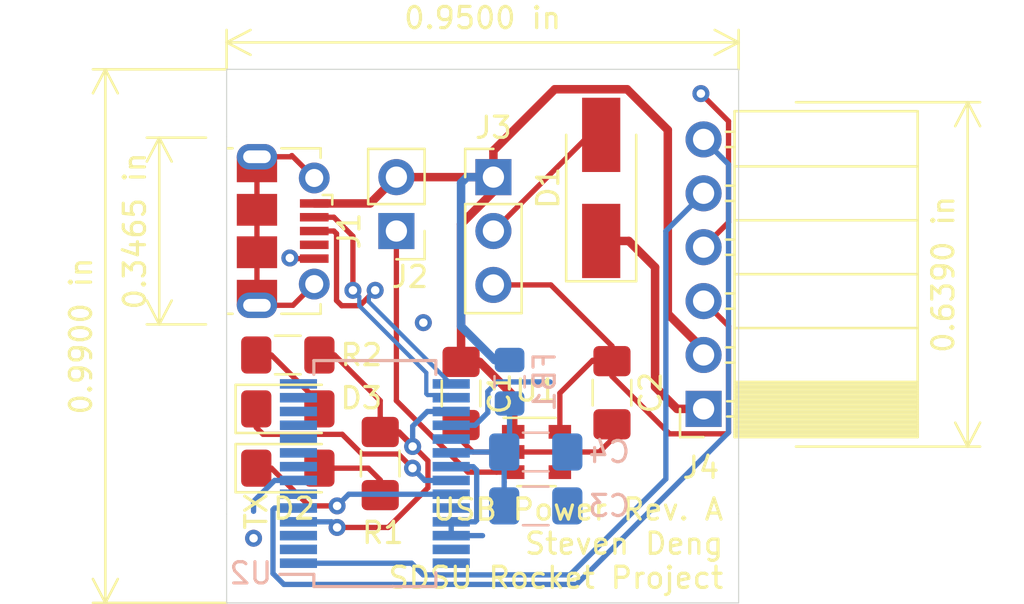
<source format=kicad_pcb>
(kicad_pcb (version 20171130) (host pcbnew 5.1.5-52549c5~86~ubuntu18.04.1)

  (general
    (thickness 1.6)
    (drawings 14)
    (tracks 169)
    (zones 0)
    (modules 16)
    (nets 32)
  )

  (page A4)
  (layers
    (0 F.Cu signal)
    (31 B.Cu signal)
    (32 B.Adhes user)
    (33 F.Adhes user)
    (34 B.Paste user)
    (35 F.Paste user)
    (36 B.SilkS user)
    (37 F.SilkS user)
    (38 B.Mask user)
    (39 F.Mask user)
    (40 Dwgs.User user)
    (41 Cmts.User user)
    (42 Eco1.User user)
    (43 Eco2.User user)
    (44 Edge.Cuts user)
    (45 Margin user)
    (46 B.CrtYd user)
    (47 F.CrtYd user)
    (48 B.Fab user hide)
    (49 F.Fab user hide)
  )

  (setup
    (last_trace_width 0.25)
    (trace_clearance 0.2)
    (zone_clearance 0.508)
    (zone_45_only no)
    (trace_min 0.2)
    (via_size 0.8)
    (via_drill 0.4)
    (via_min_size 0.4)
    (via_min_drill 0.3)
    (uvia_size 0.3)
    (uvia_drill 0.1)
    (uvias_allowed no)
    (uvia_min_size 0.2)
    (uvia_min_drill 0.1)
    (edge_width 0.05)
    (segment_width 0.2)
    (pcb_text_width 0.3)
    (pcb_text_size 1.5 1.5)
    (mod_edge_width 0.12)
    (mod_text_size 1 1)
    (mod_text_width 0.15)
    (pad_size 1.524 1.524)
    (pad_drill 0.762)
    (pad_to_mask_clearance 0.051)
    (solder_mask_min_width 0.25)
    (aux_axis_origin 0 0)
    (visible_elements FFFFFF7F)
    (pcbplotparams
      (layerselection 0x010fc_ffffffff)
      (usegerberextensions false)
      (usegerberattributes false)
      (usegerberadvancedattributes false)
      (creategerberjobfile false)
      (excludeedgelayer true)
      (linewidth 0.100000)
      (plotframeref false)
      (viasonmask false)
      (mode 1)
      (useauxorigin false)
      (hpglpennumber 1)
      (hpglpenspeed 20)
      (hpglpendiameter 15.000000)
      (psnegative false)
      (psa4output false)
      (plotreference true)
      (plotvalue true)
      (plotinvisibletext false)
      (padsonsilk false)
      (subtractmaskfromsilk false)
      (outputformat 1)
      (mirror false)
      (drillshape 1)
      (scaleselection 1)
      (outputdirectory ""))
  )

  (net 0 "")
  (net 1 +5V)
  (net 2 GND)
  (net 3 +3V3)
  (net 4 VCC)
  (net 5 "Net-(D1-Pad2)")
  (net 6 "Net-(J1-Pad6)")
  (net 7 "Net-(J1-Pad4)")
  (net 8 "Net-(J2-Pad1)")
  (net 9 "Net-(U1-Pad4)")
  (net 10 "Net-(C3-Pad1)")
  (net 11 "Net-(D2-Pad2)")
  (net 12 /TXLED)
  (net 13 "Net-(D3-Pad2)")
  (net 14 /RXLED)
  (net 15 /USB_D-)
  (net 16 /USB_D+)
  (net 17 /TARGET_TX)
  (net 18 /TARGET_RX)
  (net 19 /FT232_3V3_OUT)
  (net 20 "Net-(U2-Pad28)")
  (net 21 "Net-(U2-Pad27)")
  (net 22 "Net-(U2-Pad19)")
  (net 23 "Net-(U2-Pad14)")
  (net 24 "Net-(U2-Pad13)")
  (net 25 "Net-(U2-Pad12)")
  (net 26 "Net-(U2-Pad11)")
  (net 27 "Net-(U2-Pad10)")
  (net 28 "Net-(U2-Pad9)")
  (net 29 "Net-(U2-Pad6)")
  (net 30 "Net-(U2-Pad3)")
  (net 31 "Net-(U2-Pad2)")

  (net_class Default "This is the default net class."
    (clearance 0.2)
    (trace_width 0.25)
    (via_dia 0.8)
    (via_drill 0.4)
    (uvia_dia 0.3)
    (uvia_drill 0.1)
    (add_net +3V3)
    (add_net /FT232_3V3_OUT)
    (add_net /RXLED)
    (add_net /TARGET_RX)
    (add_net /TARGET_TX)
    (add_net /TXLED)
    (add_net /USB_D+)
    (add_net /USB_D-)
    (add_net GND)
    (add_net "Net-(C3-Pad1)")
    (add_net "Net-(D1-Pad2)")
    (add_net "Net-(D2-Pad2)")
    (add_net "Net-(D3-Pad2)")
    (add_net "Net-(J1-Pad4)")
    (add_net "Net-(J1-Pad6)")
    (add_net "Net-(J2-Pad1)")
    (add_net "Net-(U1-Pad4)")
    (add_net "Net-(U2-Pad10)")
    (add_net "Net-(U2-Pad11)")
    (add_net "Net-(U2-Pad12)")
    (add_net "Net-(U2-Pad13)")
    (add_net "Net-(U2-Pad14)")
    (add_net "Net-(U2-Pad19)")
    (add_net "Net-(U2-Pad2)")
    (add_net "Net-(U2-Pad27)")
    (add_net "Net-(U2-Pad28)")
    (add_net "Net-(U2-Pad3)")
    (add_net "Net-(U2-Pad6)")
    (add_net "Net-(U2-Pad9)")
  )

  (net_class power_net ""
    (clearance 0.2)
    (trace_width 0.4)
    (via_dia 1)
    (via_drill 0.5)
    (uvia_dia 0.3)
    (uvia_drill 0.1)
    (add_net +5V)
    (add_net VCC)
  )

  (module Package_SO:SSOP-28_5.3x10.2mm_P0.65mm (layer B.Cu) (tedit 5A02F25C) (tstamp 5EC364D6)
    (at 157.48 106.68)
    (descr "28-Lead Plastic Shrink Small Outline (SS)-5.30 mm Body [SSOP] (see Microchip Packaging Specification 00000049BS.pdf)")
    (tags "SSOP 0.65")
    (path /5EC4D51C)
    (attr smd)
    (fp_text reference U2 (at -5.842 4.699) (layer B.SilkS)
      (effects (font (size 1 1) (thickness 0.15)) (justify mirror))
    )
    (fp_text value FT232RL (at 0 -6.25) (layer B.Fab)
      (effects (font (size 1 1) (thickness 0.15)) (justify mirror))
    )
    (fp_text user %R (at 0 0) (layer B.Fab)
      (effects (font (size 0.8 0.8) (thickness 0.15)) (justify mirror))
    )
    (fp_line (start -2.875 4.75) (end -4.475 4.75) (layer B.SilkS) (width 0.15))
    (fp_line (start -2.875 -5.325) (end 2.875 -5.325) (layer B.SilkS) (width 0.15))
    (fp_line (start -2.875 5.325) (end 2.875 5.325) (layer B.SilkS) (width 0.15))
    (fp_line (start -2.875 -5.325) (end -2.875 -4.675) (layer B.SilkS) (width 0.15))
    (fp_line (start 2.875 -5.325) (end 2.875 -4.675) (layer B.SilkS) (width 0.15))
    (fp_line (start 2.875 5.325) (end 2.875 4.675) (layer B.SilkS) (width 0.15))
    (fp_line (start -2.875 5.325) (end -2.875 4.75) (layer B.SilkS) (width 0.15))
    (fp_line (start -4.75 -5.5) (end 4.75 -5.5) (layer B.CrtYd) (width 0.05))
    (fp_line (start -4.75 5.5) (end 4.75 5.5) (layer B.CrtYd) (width 0.05))
    (fp_line (start 4.75 5.5) (end 4.75 -5.5) (layer B.CrtYd) (width 0.05))
    (fp_line (start -4.75 5.5) (end -4.75 -5.5) (layer B.CrtYd) (width 0.05))
    (fp_line (start -2.65 4.1) (end -1.65 5.1) (layer B.Fab) (width 0.15))
    (fp_line (start -2.65 -5.1) (end -2.65 4.1) (layer B.Fab) (width 0.15))
    (fp_line (start 2.65 -5.1) (end -2.65 -5.1) (layer B.Fab) (width 0.15))
    (fp_line (start 2.65 5.1) (end 2.65 -5.1) (layer B.Fab) (width 0.15))
    (fp_line (start -1.65 5.1) (end 2.65 5.1) (layer B.Fab) (width 0.15))
    (pad 28 smd rect (at 3.6 4.225) (size 1.75 0.45) (layers B.Cu B.Paste B.Mask)
      (net 20 "Net-(U2-Pad28)"))
    (pad 27 smd rect (at 3.6 3.575) (size 1.75 0.45) (layers B.Cu B.Paste B.Mask)
      (net 21 "Net-(U2-Pad27)"))
    (pad 26 smd rect (at 3.6 2.925) (size 1.75 0.45) (layers B.Cu B.Paste B.Mask)
      (net 2 GND))
    (pad 25 smd rect (at 3.6 2.275) (size 1.75 0.45) (layers B.Cu B.Paste B.Mask)
      (net 2 GND))
    (pad 24 smd rect (at 3.6 1.625) (size 1.75 0.45) (layers B.Cu B.Paste B.Mask))
    (pad 23 smd rect (at 3.6 0.975) (size 1.75 0.45) (layers B.Cu B.Paste B.Mask)
      (net 12 /TXLED))
    (pad 22 smd rect (at 3.6 0.325) (size 1.75 0.45) (layers B.Cu B.Paste B.Mask)
      (net 14 /RXLED))
    (pad 21 smd rect (at 3.6 -0.325) (size 1.75 0.45) (layers B.Cu B.Paste B.Mask)
      (net 2 GND))
    (pad 20 smd rect (at 3.6 -0.975) (size 1.75 0.45) (layers B.Cu B.Paste B.Mask)
      (net 10 "Net-(C3-Pad1)"))
    (pad 19 smd rect (at 3.6 -1.625) (size 1.75 0.45) (layers B.Cu B.Paste B.Mask)
      (net 22 "Net-(U2-Pad19)"))
    (pad 18 smd rect (at 3.6 -2.275) (size 1.75 0.45) (layers B.Cu B.Paste B.Mask)
      (net 2 GND))
    (pad 17 smd rect (at 3.6 -2.925) (size 1.75 0.45) (layers B.Cu B.Paste B.Mask)
      (net 19 /FT232_3V3_OUT))
    (pad 16 smd rect (at 3.6 -3.575) (size 1.75 0.45) (layers B.Cu B.Paste B.Mask)
      (net 15 /USB_D-))
    (pad 15 smd rect (at 3.6 -4.225) (size 1.75 0.45) (layers B.Cu B.Paste B.Mask)
      (net 16 /USB_D+))
    (pad 14 smd rect (at -3.6 -4.225) (size 1.75 0.45) (layers B.Cu B.Paste B.Mask)
      (net 23 "Net-(U2-Pad14)"))
    (pad 13 smd rect (at -3.6 -3.575) (size 1.75 0.45) (layers B.Cu B.Paste B.Mask)
      (net 24 "Net-(U2-Pad13)"))
    (pad 12 smd rect (at -3.6 -2.925) (size 1.75 0.45) (layers B.Cu B.Paste B.Mask)
      (net 25 "Net-(U2-Pad12)"))
    (pad 11 smd rect (at -3.6 -2.275) (size 1.75 0.45) (layers B.Cu B.Paste B.Mask)
      (net 26 "Net-(U2-Pad11)"))
    (pad 10 smd rect (at -3.6 -1.625) (size 1.75 0.45) (layers B.Cu B.Paste B.Mask)
      (net 27 "Net-(U2-Pad10)"))
    (pad 9 smd rect (at -3.6 -0.975) (size 1.75 0.45) (layers B.Cu B.Paste B.Mask)
      (net 28 "Net-(U2-Pad9)"))
    (pad 8 smd rect (at -3.6 -0.325) (size 1.75 0.45) (layers B.Cu B.Paste B.Mask))
    (pad 7 smd rect (at -3.6 0.325) (size 1.75 0.45) (layers B.Cu B.Paste B.Mask)
      (net 2 GND))
    (pad 6 smd rect (at -3.6 0.975) (size 1.75 0.45) (layers B.Cu B.Paste B.Mask)
      (net 29 "Net-(U2-Pad6)"))
    (pad 5 smd rect (at -3.6 1.625) (size 1.75 0.45) (layers B.Cu B.Paste B.Mask)
      (net 17 /TARGET_TX))
    (pad 4 smd rect (at -3.6 2.275) (size 1.75 0.45) (layers B.Cu B.Paste B.Mask)
      (net 19 /FT232_3V3_OUT))
    (pad 3 smd rect (at -3.6 2.925) (size 1.75 0.45) (layers B.Cu B.Paste B.Mask)
      (net 30 "Net-(U2-Pad3)"))
    (pad 2 smd rect (at -3.6 3.575) (size 1.75 0.45) (layers B.Cu B.Paste B.Mask)
      (net 31 "Net-(U2-Pad2)"))
    (pad 1 smd rect (at -3.6 4.225) (size 1.75 0.45) (layers B.Cu B.Paste B.Mask)
      (net 18 /TARGET_RX))
    (model ${KISYS3DMOD}/Package_SO.3dshapes/SSOP-28_5.3x10.2mm_P0.65mm.wrl
      (at (xyz 0 0 0))
      (scale (xyz 1 1 1))
      (rotate (xyz 0 0 0))
    )
  )

  (module Resistor_SMD:R_1206_3216Metric_Pad1.42x1.75mm_HandSolder (layer F.Cu) (tedit 5B301BBD) (tstamp 5EC3515B)
    (at 153.3795 101.092 180)
    (descr "Resistor SMD 1206 (3216 Metric), square (rectangular) end terminal, IPC_7351 nominal with elongated pad for handsoldering. (Body size source: http://www.tortai-tech.com/upload/download/2011102023233369053.pdf), generated with kicad-footprint-generator")
    (tags "resistor handsolder")
    (path /5ECD6259)
    (attr smd)
    (fp_text reference R2 (at -3.4655 0) (layer F.SilkS)
      (effects (font (size 1 1) (thickness 0.15)))
    )
    (fp_text value 330 (at 0 1.82) (layer F.Fab)
      (effects (font (size 1 1) (thickness 0.15)))
    )
    (fp_text user %R (at 0 0) (layer F.Fab)
      (effects (font (size 0.8 0.8) (thickness 0.12)))
    )
    (fp_line (start 2.45 1.12) (end -2.45 1.12) (layer F.CrtYd) (width 0.05))
    (fp_line (start 2.45 -1.12) (end 2.45 1.12) (layer F.CrtYd) (width 0.05))
    (fp_line (start -2.45 -1.12) (end 2.45 -1.12) (layer F.CrtYd) (width 0.05))
    (fp_line (start -2.45 1.12) (end -2.45 -1.12) (layer F.CrtYd) (width 0.05))
    (fp_line (start -0.602064 0.91) (end 0.602064 0.91) (layer F.SilkS) (width 0.12))
    (fp_line (start -0.602064 -0.91) (end 0.602064 -0.91) (layer F.SilkS) (width 0.12))
    (fp_line (start 1.6 0.8) (end -1.6 0.8) (layer F.Fab) (width 0.1))
    (fp_line (start 1.6 -0.8) (end 1.6 0.8) (layer F.Fab) (width 0.1))
    (fp_line (start -1.6 -0.8) (end 1.6 -0.8) (layer F.Fab) (width 0.1))
    (fp_line (start -1.6 0.8) (end -1.6 -0.8) (layer F.Fab) (width 0.1))
    (pad 2 smd roundrect (at 1.4875 0 180) (size 1.425 1.75) (layers F.Cu F.Paste F.Mask) (roundrect_rratio 0.175439)
      (net 13 "Net-(D3-Pad2)"))
    (pad 1 smd roundrect (at -1.4875 0 180) (size 1.425 1.75) (layers F.Cu F.Paste F.Mask) (roundrect_rratio 0.175439)
      (net 19 /FT232_3V3_OUT))
    (model ${KISYS3DMOD}/Resistor_SMD.3dshapes/R_1206_3216Metric.wrl
      (at (xyz 0 0 0))
      (scale (xyz 1 1 1))
      (rotate (xyz 0 0 0))
    )
  )

  (module Resistor_SMD:R_1206_3216Metric_Pad1.42x1.75mm_HandSolder (layer F.Cu) (tedit 5B301BBD) (tstamp 5EC3514A)
    (at 157.734 106.2085 270)
    (descr "Resistor SMD 1206 (3216 Metric), square (rectangular) end terminal, IPC_7351 nominal with elongated pad for handsoldering. (Body size source: http://www.tortai-tech.com/upload/download/2011102023233369053.pdf), generated with kicad-footprint-generator")
    (tags "resistor handsolder")
    (path /5ECD5D1C)
    (attr smd)
    (fp_text reference R1 (at 3.2655 -0.127 180) (layer F.SilkS)
      (effects (font (size 1 1) (thickness 0.15)))
    )
    (fp_text value 330 (at 0 1.82 90) (layer F.Fab)
      (effects (font (size 1 1) (thickness 0.15)))
    )
    (fp_text user %R (at 0 0 90) (layer F.Fab)
      (effects (font (size 0.8 0.8) (thickness 0.12)))
    )
    (fp_line (start 2.45 1.12) (end -2.45 1.12) (layer F.CrtYd) (width 0.05))
    (fp_line (start 2.45 -1.12) (end 2.45 1.12) (layer F.CrtYd) (width 0.05))
    (fp_line (start -2.45 -1.12) (end 2.45 -1.12) (layer F.CrtYd) (width 0.05))
    (fp_line (start -2.45 1.12) (end -2.45 -1.12) (layer F.CrtYd) (width 0.05))
    (fp_line (start -0.602064 0.91) (end 0.602064 0.91) (layer F.SilkS) (width 0.12))
    (fp_line (start -0.602064 -0.91) (end 0.602064 -0.91) (layer F.SilkS) (width 0.12))
    (fp_line (start 1.6 0.8) (end -1.6 0.8) (layer F.Fab) (width 0.1))
    (fp_line (start 1.6 -0.8) (end 1.6 0.8) (layer F.Fab) (width 0.1))
    (fp_line (start -1.6 -0.8) (end 1.6 -0.8) (layer F.Fab) (width 0.1))
    (fp_line (start -1.6 0.8) (end -1.6 -0.8) (layer F.Fab) (width 0.1))
    (pad 2 smd roundrect (at 1.4875 0 270) (size 1.425 1.75) (layers F.Cu F.Paste F.Mask) (roundrect_rratio 0.175439)
      (net 11 "Net-(D2-Pad2)"))
    (pad 1 smd roundrect (at -1.4875 0 270) (size 1.425 1.75) (layers F.Cu F.Paste F.Mask) (roundrect_rratio 0.175439)
      (net 19 /FT232_3V3_OUT))
    (model ${KISYS3DMOD}/Resistor_SMD.3dshapes/R_1206_3216Metric.wrl
      (at (xyz 0 0 0))
      (scale (xyz 1 1 1))
      (rotate (xyz 0 0 0))
    )
  )

  (module Connector_PinSocket_2.54mm:PinSocket_1x06_P2.54mm_Horizontal (layer F.Cu) (tedit 5A19A42D) (tstamp 5EC360DB)
    (at 172.974 103.632 180)
    (descr "Through hole angled socket strip, 1x06, 2.54mm pitch, 8.51mm socket length, single row (from Kicad 4.0.7), script generated")
    (tags "Through hole angled socket strip THT 1x06 2.54mm single row")
    (path /5EC3627F)
    (fp_text reference J4 (at 0.127 -2.77) (layer F.SilkS)
      (effects (font (size 1 1) (thickness 0.15)))
    )
    (fp_text value Conn_01x06 (at -4.38 15.47) (layer F.Fab)
      (effects (font (size 1 1) (thickness 0.15)))
    )
    (fp_text user %R (at -5.775 6.35 90) (layer F.Fab)
      (effects (font (size 1 1) (thickness 0.15)))
    )
    (fp_line (start 1.75 14.45) (end 1.75 -1.8) (layer F.CrtYd) (width 0.05))
    (fp_line (start -10.55 14.45) (end 1.75 14.45) (layer F.CrtYd) (width 0.05))
    (fp_line (start -10.55 -1.8) (end -10.55 14.45) (layer F.CrtYd) (width 0.05))
    (fp_line (start 1.75 -1.8) (end -10.55 -1.8) (layer F.CrtYd) (width 0.05))
    (fp_line (start 0 -1.33) (end 1.11 -1.33) (layer F.SilkS) (width 0.12))
    (fp_line (start 1.11 -1.33) (end 1.11 0) (layer F.SilkS) (width 0.12))
    (fp_line (start -10.09 -1.33) (end -10.09 14.03) (layer F.SilkS) (width 0.12))
    (fp_line (start -10.09 14.03) (end -1.46 14.03) (layer F.SilkS) (width 0.12))
    (fp_line (start -1.46 -1.33) (end -1.46 14.03) (layer F.SilkS) (width 0.12))
    (fp_line (start -10.09 -1.33) (end -1.46 -1.33) (layer F.SilkS) (width 0.12))
    (fp_line (start -10.09 11.43) (end -1.46 11.43) (layer F.SilkS) (width 0.12))
    (fp_line (start -10.09 8.89) (end -1.46 8.89) (layer F.SilkS) (width 0.12))
    (fp_line (start -10.09 6.35) (end -1.46 6.35) (layer F.SilkS) (width 0.12))
    (fp_line (start -10.09 3.81) (end -1.46 3.81) (layer F.SilkS) (width 0.12))
    (fp_line (start -10.09 1.27) (end -1.46 1.27) (layer F.SilkS) (width 0.12))
    (fp_line (start -1.46 13.06) (end -1.05 13.06) (layer F.SilkS) (width 0.12))
    (fp_line (start -1.46 12.34) (end -1.05 12.34) (layer F.SilkS) (width 0.12))
    (fp_line (start -1.46 10.52) (end -1.05 10.52) (layer F.SilkS) (width 0.12))
    (fp_line (start -1.46 9.8) (end -1.05 9.8) (layer F.SilkS) (width 0.12))
    (fp_line (start -1.46 7.98) (end -1.05 7.98) (layer F.SilkS) (width 0.12))
    (fp_line (start -1.46 7.26) (end -1.05 7.26) (layer F.SilkS) (width 0.12))
    (fp_line (start -1.46 5.44) (end -1.05 5.44) (layer F.SilkS) (width 0.12))
    (fp_line (start -1.46 4.72) (end -1.05 4.72) (layer F.SilkS) (width 0.12))
    (fp_line (start -1.46 2.9) (end -1.05 2.9) (layer F.SilkS) (width 0.12))
    (fp_line (start -1.46 2.18) (end -1.05 2.18) (layer F.SilkS) (width 0.12))
    (fp_line (start -1.46 0.36) (end -1.11 0.36) (layer F.SilkS) (width 0.12))
    (fp_line (start -1.46 -0.36) (end -1.11 -0.36) (layer F.SilkS) (width 0.12))
    (fp_line (start -10.09 1.1519) (end -1.46 1.1519) (layer F.SilkS) (width 0.12))
    (fp_line (start -10.09 1.033805) (end -1.46 1.033805) (layer F.SilkS) (width 0.12))
    (fp_line (start -10.09 0.91571) (end -1.46 0.91571) (layer F.SilkS) (width 0.12))
    (fp_line (start -10.09 0.797615) (end -1.46 0.797615) (layer F.SilkS) (width 0.12))
    (fp_line (start -10.09 0.67952) (end -1.46 0.67952) (layer F.SilkS) (width 0.12))
    (fp_line (start -10.09 0.561425) (end -1.46 0.561425) (layer F.SilkS) (width 0.12))
    (fp_line (start -10.09 0.44333) (end -1.46 0.44333) (layer F.SilkS) (width 0.12))
    (fp_line (start -10.09 0.325235) (end -1.46 0.325235) (layer F.SilkS) (width 0.12))
    (fp_line (start -10.09 0.20714) (end -1.46 0.20714) (layer F.SilkS) (width 0.12))
    (fp_line (start -10.09 0.089045) (end -1.46 0.089045) (layer F.SilkS) (width 0.12))
    (fp_line (start -10.09 -0.02905) (end -1.46 -0.02905) (layer F.SilkS) (width 0.12))
    (fp_line (start -10.09 -0.147145) (end -1.46 -0.147145) (layer F.SilkS) (width 0.12))
    (fp_line (start -10.09 -0.26524) (end -1.46 -0.26524) (layer F.SilkS) (width 0.12))
    (fp_line (start -10.09 -0.383335) (end -1.46 -0.383335) (layer F.SilkS) (width 0.12))
    (fp_line (start -10.09 -0.50143) (end -1.46 -0.50143) (layer F.SilkS) (width 0.12))
    (fp_line (start -10.09 -0.619525) (end -1.46 -0.619525) (layer F.SilkS) (width 0.12))
    (fp_line (start -10.09 -0.73762) (end -1.46 -0.73762) (layer F.SilkS) (width 0.12))
    (fp_line (start -10.09 -0.855715) (end -1.46 -0.855715) (layer F.SilkS) (width 0.12))
    (fp_line (start -10.09 -0.97381) (end -1.46 -0.97381) (layer F.SilkS) (width 0.12))
    (fp_line (start -10.09 -1.091905) (end -1.46 -1.091905) (layer F.SilkS) (width 0.12))
    (fp_line (start -10.09 -1.21) (end -1.46 -1.21) (layer F.SilkS) (width 0.12))
    (fp_line (start 0 13) (end 0 12.4) (layer F.Fab) (width 0.1))
    (fp_line (start -1.52 13) (end 0 13) (layer F.Fab) (width 0.1))
    (fp_line (start 0 12.4) (end -1.52 12.4) (layer F.Fab) (width 0.1))
    (fp_line (start 0 10.46) (end 0 9.86) (layer F.Fab) (width 0.1))
    (fp_line (start -1.52 10.46) (end 0 10.46) (layer F.Fab) (width 0.1))
    (fp_line (start 0 9.86) (end -1.52 9.86) (layer F.Fab) (width 0.1))
    (fp_line (start 0 7.92) (end 0 7.32) (layer F.Fab) (width 0.1))
    (fp_line (start -1.52 7.92) (end 0 7.92) (layer F.Fab) (width 0.1))
    (fp_line (start 0 7.32) (end -1.52 7.32) (layer F.Fab) (width 0.1))
    (fp_line (start 0 5.38) (end 0 4.78) (layer F.Fab) (width 0.1))
    (fp_line (start -1.52 5.38) (end 0 5.38) (layer F.Fab) (width 0.1))
    (fp_line (start 0 4.78) (end -1.52 4.78) (layer F.Fab) (width 0.1))
    (fp_line (start 0 2.84) (end 0 2.24) (layer F.Fab) (width 0.1))
    (fp_line (start -1.52 2.84) (end 0 2.84) (layer F.Fab) (width 0.1))
    (fp_line (start 0 2.24) (end -1.52 2.24) (layer F.Fab) (width 0.1))
    (fp_line (start 0 0.3) (end 0 -0.3) (layer F.Fab) (width 0.1))
    (fp_line (start -1.52 0.3) (end 0 0.3) (layer F.Fab) (width 0.1))
    (fp_line (start 0 -0.3) (end -1.52 -0.3) (layer F.Fab) (width 0.1))
    (fp_line (start -10.03 13.97) (end -10.03 -1.27) (layer F.Fab) (width 0.1))
    (fp_line (start -1.52 13.97) (end -10.03 13.97) (layer F.Fab) (width 0.1))
    (fp_line (start -1.52 -0.3) (end -1.52 13.97) (layer F.Fab) (width 0.1))
    (fp_line (start -2.49 -1.27) (end -1.52 -0.3) (layer F.Fab) (width 0.1))
    (fp_line (start -10.03 -1.27) (end -2.49 -1.27) (layer F.Fab) (width 0.1))
    (pad 6 thru_hole oval (at 0 12.7 180) (size 1.7 1.7) (drill 1) (layers *.Cu *.Mask)
      (net 17 /TARGET_TX))
    (pad 5 thru_hole oval (at 0 10.16 180) (size 1.7 1.7) (drill 1) (layers *.Cu *.Mask)
      (net 18 /TARGET_RX))
    (pad 4 thru_hole oval (at 0 7.62 180) (size 1.7 1.7) (drill 1) (layers *.Cu *.Mask)
      (net 2 GND))
    (pad 3 thru_hole oval (at 0 5.08 180) (size 1.7 1.7) (drill 1) (layers *.Cu *.Mask)
      (net 3 +3V3))
    (pad 2 thru_hole oval (at 0 2.54 180) (size 1.7 1.7) (drill 1) (layers *.Cu *.Mask)
      (net 1 +5V))
    (pad 1 thru_hole rect (at 0 0 180) (size 1.7 1.7) (drill 1) (layers *.Cu *.Mask)
      (net 4 VCC))
    (model ${KISYS3DMOD}/Connector_PinSocket_2.54mm.3dshapes/PinSocket_1x06_P2.54mm_Horizontal.wrl
      (at (xyz 0 0 0))
      (scale (xyz 1 1 1))
      (rotate (xyz 0 0 0))
    )
  )

  (module Resistor_SMD:R_0805_2012Metric_Pad1.15x1.40mm_HandSolder (layer B.Cu) (tedit 5B36C52B) (tstamp 5EC35041)
    (at 163.83 102.353 90)
    (descr "Resistor SMD 0805 (2012 Metric), square (rectangular) end terminal, IPC_7351 nominal with elongated pad for handsoldering. (Body size source: https://docs.google.com/spreadsheets/d/1BsfQQcO9C6DZCsRaXUlFlo91Tg2WpOkGARC1WS5S8t0/edit?usp=sharing), generated with kicad-footprint-generator")
    (tags "resistor handsolder")
    (path /5ECB131D)
    (attr smd)
    (fp_text reference FB1 (at 0 1.65 270) (layer B.SilkS)
      (effects (font (size 1 1) (thickness 0.15)) (justify mirror))
    )
    (fp_text value Ferrite_Bead_Small (at 0 -1.65 270) (layer B.Fab)
      (effects (font (size 1 1) (thickness 0.15)) (justify mirror))
    )
    (fp_text user %R (at 0 0 270) (layer B.Fab)
      (effects (font (size 0.5 0.5) (thickness 0.08)) (justify mirror))
    )
    (fp_line (start 1.85 -0.95) (end -1.85 -0.95) (layer B.CrtYd) (width 0.05))
    (fp_line (start 1.85 0.95) (end 1.85 -0.95) (layer B.CrtYd) (width 0.05))
    (fp_line (start -1.85 0.95) (end 1.85 0.95) (layer B.CrtYd) (width 0.05))
    (fp_line (start -1.85 -0.95) (end -1.85 0.95) (layer B.CrtYd) (width 0.05))
    (fp_line (start -0.261252 -0.71) (end 0.261252 -0.71) (layer B.SilkS) (width 0.12))
    (fp_line (start -0.261252 0.71) (end 0.261252 0.71) (layer B.SilkS) (width 0.12))
    (fp_line (start 1 -0.6) (end -1 -0.6) (layer B.Fab) (width 0.1))
    (fp_line (start 1 0.6) (end 1 -0.6) (layer B.Fab) (width 0.1))
    (fp_line (start -1 0.6) (end 1 0.6) (layer B.Fab) (width 0.1))
    (fp_line (start -1 -0.6) (end -1 0.6) (layer B.Fab) (width 0.1))
    (pad 2 smd roundrect (at 1.025 0 90) (size 1.15 1.4) (layers B.Cu B.Paste B.Mask) (roundrect_rratio 0.217391)
      (net 1 +5V))
    (pad 1 smd roundrect (at -1.025 0 90) (size 1.15 1.4) (layers B.Cu B.Paste B.Mask) (roundrect_rratio 0.217391)
      (net 10 "Net-(C3-Pad1)"))
    (model ${KISYS3DMOD}/Resistor_SMD.3dshapes/R_0805_2012Metric.wrl
      (at (xyz 0 0 0))
      (scale (xyz 1 1 1))
      (rotate (xyz 0 0 0))
    )
  )

  (module LED_SMD:LED_1206_3216Metric_Pad1.42x1.75mm_HandSolder (layer F.Cu) (tedit 5B4B45C9) (tstamp 5EC35030)
    (at 153.3795 103.632)
    (descr "LED SMD 1206 (3216 Metric), square (rectangular) end terminal, IPC_7351 nominal, (Body size source: http://www.tortai-tech.com/upload/download/2011102023233369053.pdf), generated with kicad-footprint-generator")
    (tags "LED handsolder")
    (path /5ECD5603)
    (attr smd)
    (fp_text reference D3 (at 3.4655 -0.508) (layer F.SilkS)
      (effects (font (size 1 1) (thickness 0.15)))
    )
    (fp_text value LED (at 0 1.82) (layer F.Fab)
      (effects (font (size 1 1) (thickness 0.15)))
    )
    (fp_text user %R (at 0 0) (layer F.Fab)
      (effects (font (size 0.8 0.8) (thickness 0.12)))
    )
    (fp_line (start 2.45 1.12) (end -2.45 1.12) (layer F.CrtYd) (width 0.05))
    (fp_line (start 2.45 -1.12) (end 2.45 1.12) (layer F.CrtYd) (width 0.05))
    (fp_line (start -2.45 -1.12) (end 2.45 -1.12) (layer F.CrtYd) (width 0.05))
    (fp_line (start -2.45 1.12) (end -2.45 -1.12) (layer F.CrtYd) (width 0.05))
    (fp_line (start -2.46 1.135) (end 1.6 1.135) (layer F.SilkS) (width 0.12))
    (fp_line (start -2.46 -1.135) (end -2.46 1.135) (layer F.SilkS) (width 0.12))
    (fp_line (start 1.6 -1.135) (end -2.46 -1.135) (layer F.SilkS) (width 0.12))
    (fp_line (start 1.6 0.8) (end 1.6 -0.8) (layer F.Fab) (width 0.1))
    (fp_line (start -1.6 0.8) (end 1.6 0.8) (layer F.Fab) (width 0.1))
    (fp_line (start -1.6 -0.4) (end -1.6 0.8) (layer F.Fab) (width 0.1))
    (fp_line (start -1.2 -0.8) (end -1.6 -0.4) (layer F.Fab) (width 0.1))
    (fp_line (start 1.6 -0.8) (end -1.2 -0.8) (layer F.Fab) (width 0.1))
    (pad 2 smd roundrect (at 1.4875 0) (size 1.425 1.75) (layers F.Cu F.Paste F.Mask) (roundrect_rratio 0.175439)
      (net 13 "Net-(D3-Pad2)"))
    (pad 1 smd roundrect (at -1.4875 0) (size 1.425 1.75) (layers F.Cu F.Paste F.Mask) (roundrect_rratio 0.175439)
      (net 14 /RXLED))
    (model ${KISYS3DMOD}/LED_SMD.3dshapes/LED_1206_3216Metric.wrl
      (at (xyz 0 0 0))
      (scale (xyz 1 1 1))
      (rotate (xyz 0 0 0))
    )
  )

  (module LED_SMD:LED_1206_3216Metric_Pad1.42x1.75mm_HandSolder (layer F.Cu) (tedit 5B4B45C9) (tstamp 5EC3501D)
    (at 153.3795 106.426)
    (descr "LED SMD 1206 (3216 Metric), square (rectangular) end terminal, IPC_7351 nominal, (Body size source: http://www.tortai-tech.com/upload/download/2011102023233369053.pdf), generated with kicad-footprint-generator")
    (tags "LED handsolder")
    (path /5ECD2CED)
    (attr smd)
    (fp_text reference D2 (at 0.2905 1.905) (layer F.SilkS)
      (effects (font (size 1 1) (thickness 0.15)))
    )
    (fp_text value LED (at 0 1.82) (layer F.Fab)
      (effects (font (size 1 1) (thickness 0.15)))
    )
    (fp_text user %R (at 0 0) (layer F.Fab)
      (effects (font (size 0.8 0.8) (thickness 0.12)))
    )
    (fp_line (start 2.45 1.12) (end -2.45 1.12) (layer F.CrtYd) (width 0.05))
    (fp_line (start 2.45 -1.12) (end 2.45 1.12) (layer F.CrtYd) (width 0.05))
    (fp_line (start -2.45 -1.12) (end 2.45 -1.12) (layer F.CrtYd) (width 0.05))
    (fp_line (start -2.45 1.12) (end -2.45 -1.12) (layer F.CrtYd) (width 0.05))
    (fp_line (start -2.46 1.135) (end 1.6 1.135) (layer F.SilkS) (width 0.12))
    (fp_line (start -2.46 -1.135) (end -2.46 1.135) (layer F.SilkS) (width 0.12))
    (fp_line (start 1.6 -1.135) (end -2.46 -1.135) (layer F.SilkS) (width 0.12))
    (fp_line (start 1.6 0.8) (end 1.6 -0.8) (layer F.Fab) (width 0.1))
    (fp_line (start -1.6 0.8) (end 1.6 0.8) (layer F.Fab) (width 0.1))
    (fp_line (start -1.6 -0.4) (end -1.6 0.8) (layer F.Fab) (width 0.1))
    (fp_line (start -1.2 -0.8) (end -1.6 -0.4) (layer F.Fab) (width 0.1))
    (fp_line (start 1.6 -0.8) (end -1.2 -0.8) (layer F.Fab) (width 0.1))
    (pad 2 smd roundrect (at 1.4875 0) (size 1.425 1.75) (layers F.Cu F.Paste F.Mask) (roundrect_rratio 0.175439)
      (net 11 "Net-(D2-Pad2)"))
    (pad 1 smd roundrect (at -1.4875 0) (size 1.425 1.75) (layers F.Cu F.Paste F.Mask) (roundrect_rratio 0.175439)
      (net 12 /TXLED))
    (model ${KISYS3DMOD}/LED_SMD.3dshapes/LED_1206_3216Metric.wrl
      (at (xyz 0 0 0))
      (scale (xyz 1 1 1))
      (rotate (xyz 0 0 0))
    )
  )

  (module Capacitor_SMD:C_1206_3216Metric_Pad1.42x1.75mm_HandSolder (layer B.Cu) (tedit 5B301BBE) (tstamp 5EC34FDC)
    (at 165.0635 105.664)
    (descr "Capacitor SMD 1206 (3216 Metric), square (rectangular) end terminal, IPC_7351 nominal with elongated pad for handsoldering. (Body size source: http://www.tortai-tech.com/upload/download/2011102023233369053.pdf), generated with kicad-footprint-generator")
    (tags "capacitor handsolder")
    (path /5ECA58CA)
    (attr smd)
    (fp_text reference C4 (at 3.4655 0) (layer B.SilkS)
      (effects (font (size 1 1) (thickness 0.15)) (justify mirror))
    )
    (fp_text value 0.1uF (at 0 -1.82) (layer B.Fab)
      (effects (font (size 1 1) (thickness 0.15)) (justify mirror))
    )
    (fp_text user %R (at 0 0) (layer B.Fab)
      (effects (font (size 0.8 0.8) (thickness 0.12)) (justify mirror))
    )
    (fp_line (start 2.45 -1.12) (end -2.45 -1.12) (layer B.CrtYd) (width 0.05))
    (fp_line (start 2.45 1.12) (end 2.45 -1.12) (layer B.CrtYd) (width 0.05))
    (fp_line (start -2.45 1.12) (end 2.45 1.12) (layer B.CrtYd) (width 0.05))
    (fp_line (start -2.45 -1.12) (end -2.45 1.12) (layer B.CrtYd) (width 0.05))
    (fp_line (start -0.602064 -0.91) (end 0.602064 -0.91) (layer B.SilkS) (width 0.12))
    (fp_line (start -0.602064 0.91) (end 0.602064 0.91) (layer B.SilkS) (width 0.12))
    (fp_line (start 1.6 -0.8) (end -1.6 -0.8) (layer B.Fab) (width 0.1))
    (fp_line (start 1.6 0.8) (end 1.6 -0.8) (layer B.Fab) (width 0.1))
    (fp_line (start -1.6 0.8) (end 1.6 0.8) (layer B.Fab) (width 0.1))
    (fp_line (start -1.6 -0.8) (end -1.6 0.8) (layer B.Fab) (width 0.1))
    (pad 2 smd roundrect (at 1.4875 0) (size 1.425 1.75) (layers B.Cu B.Paste B.Mask) (roundrect_rratio 0.175439)
      (net 2 GND))
    (pad 1 smd roundrect (at -1.4875 0) (size 1.425 1.75) (layers B.Cu B.Paste B.Mask) (roundrect_rratio 0.175439)
      (net 10 "Net-(C3-Pad1)"))
    (model ${KISYS3DMOD}/Capacitor_SMD.3dshapes/C_1206_3216Metric.wrl
      (at (xyz 0 0 0))
      (scale (xyz 1 1 1))
      (rotate (xyz 0 0 0))
    )
  )

  (module Capacitor_SMD:C_1206_3216Metric_Pad1.42x1.75mm_HandSolder (layer B.Cu) (tedit 5B301BBE) (tstamp 5EC36733)
    (at 165.0635 108.204)
    (descr "Capacitor SMD 1206 (3216 Metric), square (rectangular) end terminal, IPC_7351 nominal with elongated pad for handsoldering. (Body size source: http://www.tortai-tech.com/upload/download/2011102023233369053.pdf), generated with kicad-footprint-generator")
    (tags "capacitor handsolder")
    (path /5ECA4AF8)
    (attr smd)
    (fp_text reference C3 (at 3.4655 0) (layer B.SilkS)
      (effects (font (size 1 1) (thickness 0.15)) (justify mirror))
    )
    (fp_text value 10uF (at 0 -1.82) (layer B.Fab)
      (effects (font (size 1 1) (thickness 0.15)) (justify mirror))
    )
    (fp_text user %R (at 0 0) (layer B.Fab)
      (effects (font (size 0.8 0.8) (thickness 0.12)) (justify mirror))
    )
    (fp_line (start 2.45 -1.12) (end -2.45 -1.12) (layer B.CrtYd) (width 0.05))
    (fp_line (start 2.45 1.12) (end 2.45 -1.12) (layer B.CrtYd) (width 0.05))
    (fp_line (start -2.45 1.12) (end 2.45 1.12) (layer B.CrtYd) (width 0.05))
    (fp_line (start -2.45 -1.12) (end -2.45 1.12) (layer B.CrtYd) (width 0.05))
    (fp_line (start -0.602064 -0.91) (end 0.602064 -0.91) (layer B.SilkS) (width 0.12))
    (fp_line (start -0.602064 0.91) (end 0.602064 0.91) (layer B.SilkS) (width 0.12))
    (fp_line (start 1.6 -0.8) (end -1.6 -0.8) (layer B.Fab) (width 0.1))
    (fp_line (start 1.6 0.8) (end 1.6 -0.8) (layer B.Fab) (width 0.1))
    (fp_line (start -1.6 0.8) (end 1.6 0.8) (layer B.Fab) (width 0.1))
    (fp_line (start -1.6 -0.8) (end -1.6 0.8) (layer B.Fab) (width 0.1))
    (pad 2 smd roundrect (at 1.4875 0) (size 1.425 1.75) (layers B.Cu B.Paste B.Mask) (roundrect_rratio 0.175439)
      (net 2 GND))
    (pad 1 smd roundrect (at -1.4875 0) (size 1.425 1.75) (layers B.Cu B.Paste B.Mask) (roundrect_rratio 0.175439)
      (net 10 "Net-(C3-Pad1)"))
    (model ${KISYS3DMOD}/Capacitor_SMD.3dshapes/C_1206_3216Metric.wrl
      (at (xyz 0 0 0))
      (scale (xyz 1 1 1))
      (rotate (xyz 0 0 0))
    )
  )

  (module Capacitor_SMD:C_1206_3216Metric_Pad1.42x1.75mm_HandSolder (layer F.Cu) (tedit 5B301BBE) (tstamp 5E7C271E)
    (at 161.544 102.9065 270)
    (descr "Capacitor SMD 1206 (3216 Metric), square (rectangular) end terminal, IPC_7351 nominal with elongated pad for handsoldering. (Body size source: http://www.tortai-tech.com/upload/download/2011102023233369053.pdf), generated with kicad-footprint-generator")
    (tags "capacitor handsolder")
    (path /5E7BEAFD)
    (attr smd)
    (fp_text reference C1 (at 0 -1.82 90) (layer F.SilkS)
      (effects (font (size 1 1) (thickness 0.15)))
    )
    (fp_text value 10uF (at 0 1.82 90) (layer F.Fab)
      (effects (font (size 1 1) (thickness 0.15)))
    )
    (fp_line (start -1.6 0.8) (end -1.6 -0.8) (layer F.Fab) (width 0.1))
    (fp_line (start -1.6 -0.8) (end 1.6 -0.8) (layer F.Fab) (width 0.1))
    (fp_line (start 1.6 -0.8) (end 1.6 0.8) (layer F.Fab) (width 0.1))
    (fp_line (start 1.6 0.8) (end -1.6 0.8) (layer F.Fab) (width 0.1))
    (fp_line (start -0.602064 -0.91) (end 0.602064 -0.91) (layer F.SilkS) (width 0.12))
    (fp_line (start -0.602064 0.91) (end 0.602064 0.91) (layer F.SilkS) (width 0.12))
    (fp_line (start -2.45 1.12) (end -2.45 -1.12) (layer F.CrtYd) (width 0.05))
    (fp_line (start -2.45 -1.12) (end 2.45 -1.12) (layer F.CrtYd) (width 0.05))
    (fp_line (start 2.45 -1.12) (end 2.45 1.12) (layer F.CrtYd) (width 0.05))
    (fp_line (start 2.45 1.12) (end -2.45 1.12) (layer F.CrtYd) (width 0.05))
    (fp_text user %R (at 0 0 90) (layer F.Fab)
      (effects (font (size 0.8 0.8) (thickness 0.12)))
    )
    (pad 1 smd roundrect (at -1.4875 0 270) (size 1.425 1.75) (layers F.Cu F.Paste F.Mask) (roundrect_rratio 0.175439)
      (net 1 +5V))
    (pad 2 smd roundrect (at 1.4875 0 270) (size 1.425 1.75) (layers F.Cu F.Paste F.Mask) (roundrect_rratio 0.175439)
      (net 2 GND))
    (model ${KISYS3DMOD}/Capacitor_SMD.3dshapes/C_1206_3216Metric.wrl
      (at (xyz 0 0 0))
      (scale (xyz 1 1 1))
      (rotate (xyz 0 0 0))
    )
  )

  (module Capacitor_SMD:C_1206_3216Metric_Pad1.42x1.75mm_HandSolder (layer F.Cu) (tedit 5B301BBE) (tstamp 5E7C2E7C)
    (at 168.656 102.87 270)
    (descr "Capacitor SMD 1206 (3216 Metric), square (rectangular) end terminal, IPC_7351 nominal with elongated pad for handsoldering. (Body size source: http://www.tortai-tech.com/upload/download/2011102023233369053.pdf), generated with kicad-footprint-generator")
    (tags "capacitor handsolder")
    (path /5E7C866D)
    (attr smd)
    (fp_text reference C2 (at 0 -1.82 90) (layer F.SilkS)
      (effects (font (size 1 1) (thickness 0.15)))
    )
    (fp_text value 10uF (at 0 1.82 90) (layer F.Fab)
      (effects (font (size 1 1) (thickness 0.15)))
    )
    (fp_text user %R (at 0 0 90) (layer F.Fab)
      (effects (font (size 0.8 0.8) (thickness 0.12)))
    )
    (fp_line (start 2.45 1.12) (end -2.45 1.12) (layer F.CrtYd) (width 0.05))
    (fp_line (start 2.45 -1.12) (end 2.45 1.12) (layer F.CrtYd) (width 0.05))
    (fp_line (start -2.45 -1.12) (end 2.45 -1.12) (layer F.CrtYd) (width 0.05))
    (fp_line (start -2.45 1.12) (end -2.45 -1.12) (layer F.CrtYd) (width 0.05))
    (fp_line (start -0.602064 0.91) (end 0.602064 0.91) (layer F.SilkS) (width 0.12))
    (fp_line (start -0.602064 -0.91) (end 0.602064 -0.91) (layer F.SilkS) (width 0.12))
    (fp_line (start 1.6 0.8) (end -1.6 0.8) (layer F.Fab) (width 0.1))
    (fp_line (start 1.6 -0.8) (end 1.6 0.8) (layer F.Fab) (width 0.1))
    (fp_line (start -1.6 -0.8) (end 1.6 -0.8) (layer F.Fab) (width 0.1))
    (fp_line (start -1.6 0.8) (end -1.6 -0.8) (layer F.Fab) (width 0.1))
    (pad 2 smd roundrect (at 1.4875 0 270) (size 1.425 1.75) (layers F.Cu F.Paste F.Mask) (roundrect_rratio 0.175439)
      (net 2 GND))
    (pad 1 smd roundrect (at -1.4875 0 270) (size 1.425 1.75) (layers F.Cu F.Paste F.Mask) (roundrect_rratio 0.175439)
      (net 3 +3V3))
    (model ${KISYS3DMOD}/Capacitor_SMD.3dshapes/C_1206_3216Metric.wrl
      (at (xyz 0 0 0))
      (scale (xyz 1 1 1))
      (rotate (xyz 0 0 0))
    )
  )

  (module Diode_SMD:D_SMA_Handsoldering (layer F.Cu) (tedit 58643398) (tstamp 5E7C2747)
    (at 168.148 93.218 90)
    (descr "Diode SMA (DO-214AC) Handsoldering")
    (tags "Diode SMA (DO-214AC) Handsoldering")
    (path /5E7D8CA2)
    (attr smd)
    (fp_text reference D1 (at 0 -2.5 90) (layer F.SilkS)
      (effects (font (size 1 1) (thickness 0.15)))
    )
    (fp_text value B140-13-F (at 0 2.6 90) (layer F.Fab)
      (effects (font (size 1 1) (thickness 0.15)))
    )
    (fp_text user %R (at 0 -2.5 90) (layer F.Fab)
      (effects (font (size 1 1) (thickness 0.15)))
    )
    (fp_line (start -4.4 -1.65) (end -4.4 1.65) (layer F.SilkS) (width 0.12))
    (fp_line (start 2.3 1.5) (end -2.3 1.5) (layer F.Fab) (width 0.1))
    (fp_line (start -2.3 1.5) (end -2.3 -1.5) (layer F.Fab) (width 0.1))
    (fp_line (start 2.3 -1.5) (end 2.3 1.5) (layer F.Fab) (width 0.1))
    (fp_line (start 2.3 -1.5) (end -2.3 -1.5) (layer F.Fab) (width 0.1))
    (fp_line (start -4.5 -1.75) (end 4.5 -1.75) (layer F.CrtYd) (width 0.05))
    (fp_line (start 4.5 -1.75) (end 4.5 1.75) (layer F.CrtYd) (width 0.05))
    (fp_line (start 4.5 1.75) (end -4.5 1.75) (layer F.CrtYd) (width 0.05))
    (fp_line (start -4.5 1.75) (end -4.5 -1.75) (layer F.CrtYd) (width 0.05))
    (fp_line (start -0.64944 0.00102) (end -1.55114 0.00102) (layer F.Fab) (width 0.1))
    (fp_line (start 0.50118 0.00102) (end 1.4994 0.00102) (layer F.Fab) (width 0.1))
    (fp_line (start -0.64944 -0.79908) (end -0.64944 0.80112) (layer F.Fab) (width 0.1))
    (fp_line (start 0.50118 0.75032) (end 0.50118 -0.79908) (layer F.Fab) (width 0.1))
    (fp_line (start -0.64944 0.00102) (end 0.50118 0.75032) (layer F.Fab) (width 0.1))
    (fp_line (start -0.64944 0.00102) (end 0.50118 -0.79908) (layer F.Fab) (width 0.1))
    (fp_line (start -4.4 1.65) (end 2.5 1.65) (layer F.SilkS) (width 0.12))
    (fp_line (start -4.4 -1.65) (end 2.5 -1.65) (layer F.SilkS) (width 0.12))
    (pad 1 smd rect (at -2.5 0 90) (size 3.5 1.8) (layers F.Cu F.Paste F.Mask)
      (net 4 VCC))
    (pad 2 smd rect (at 2.5 0 90) (size 3.5 1.8) (layers F.Cu F.Paste F.Mask)
      (net 5 "Net-(D1-Pad2)"))
    (model ${KISYS3DMOD}/Diode_SMD.3dshapes/D_SMA.wrl
      (at (xyz 0 0 0))
      (scale (xyz 1 1 1))
      (rotate (xyz 0 0 0))
    )
  )

  (module Connector_USB:USB_Micro-B_Molex-105017-0001 (layer F.Cu) (tedit 5A1DC0BE) (tstamp 5E7C2CAB)
    (at 153.162 95.25 270)
    (descr http://www.molex.com/pdm_docs/sd/1050170001_sd.pdf)
    (tags "Micro-USB SMD Typ-B")
    (path /5E7BCB78)
    (attr smd)
    (fp_text reference J1 (at 0 -3.1125 90) (layer F.SilkS)
      (effects (font (size 1 1) (thickness 0.15)))
    )
    (fp_text value USB_B_Micro (at 0.3 4.3375 90) (layer F.Fab)
      (effects (font (size 1 1) (thickness 0.15)))
    )
    (fp_text user "PCB Edge" (at 0 2.6875 90) (layer Dwgs.User)
      (effects (font (size 0.5 0.5) (thickness 0.08)))
    )
    (fp_text user %R (at 0 0.8875 90) (layer F.Fab)
      (effects (font (size 1 1) (thickness 0.15)))
    )
    (fp_line (start -4.4 3.64) (end 4.4 3.64) (layer F.CrtYd) (width 0.05))
    (fp_line (start 4.4 -2.46) (end 4.4 3.64) (layer F.CrtYd) (width 0.05))
    (fp_line (start -4.4 -2.46) (end 4.4 -2.46) (layer F.CrtYd) (width 0.05))
    (fp_line (start -4.4 3.64) (end -4.4 -2.46) (layer F.CrtYd) (width 0.05))
    (fp_line (start -3.9 -1.7625) (end -3.45 -1.7625) (layer F.SilkS) (width 0.12))
    (fp_line (start -3.9 0.0875) (end -3.9 -1.7625) (layer F.SilkS) (width 0.12))
    (fp_line (start 3.9 2.6375) (end 3.9 2.3875) (layer F.SilkS) (width 0.12))
    (fp_line (start 3.75 3.3875) (end 3.75 -1.6125) (layer F.Fab) (width 0.1))
    (fp_line (start -3 2.689204) (end 3 2.689204) (layer F.Fab) (width 0.1))
    (fp_line (start -3.75 3.389204) (end 3.75 3.389204) (layer F.Fab) (width 0.1))
    (fp_line (start -3.75 -1.6125) (end 3.75 -1.6125) (layer F.Fab) (width 0.1))
    (fp_line (start -3.75 3.3875) (end -3.75 -1.6125) (layer F.Fab) (width 0.1))
    (fp_line (start -3.9 2.6375) (end -3.9 2.3875) (layer F.SilkS) (width 0.12))
    (fp_line (start 3.9 0.0875) (end 3.9 -1.7625) (layer F.SilkS) (width 0.12))
    (fp_line (start 3.9 -1.7625) (end 3.45 -1.7625) (layer F.SilkS) (width 0.12))
    (fp_line (start -1.7 -2.3125) (end -1.25 -2.3125) (layer F.SilkS) (width 0.12))
    (fp_line (start -1.7 -2.3125) (end -1.7 -1.8625) (layer F.SilkS) (width 0.12))
    (fp_line (start -1.3 -1.7125) (end -1.5 -1.9125) (layer F.Fab) (width 0.1))
    (fp_line (start -1.1 -1.9125) (end -1.3 -1.7125) (layer F.Fab) (width 0.1))
    (fp_line (start -1.5 -2.1225) (end -1.1 -2.1225) (layer F.Fab) (width 0.1))
    (fp_line (start -1.5 -2.1225) (end -1.5 -1.9125) (layer F.Fab) (width 0.1))
    (fp_line (start -1.1 -2.1225) (end -1.1 -1.9125) (layer F.Fab) (width 0.1))
    (pad 6 smd rect (at 1 1.2375 270) (size 1.5 1.9) (layers F.Cu F.Paste F.Mask)
      (net 6 "Net-(J1-Pad6)"))
    (pad 6 thru_hole circle (at -2.5 -1.4625 270) (size 1.45 1.45) (drill 0.85) (layers *.Cu *.Mask)
      (net 6 "Net-(J1-Pad6)"))
    (pad 2 smd rect (at -0.65 -1.4625 270) (size 0.4 1.35) (layers F.Cu F.Paste F.Mask)
      (net 15 /USB_D-))
    (pad 1 smd rect (at -1.3 -1.4625 270) (size 0.4 1.35) (layers F.Cu F.Paste F.Mask)
      (net 1 +5V))
    (pad 5 smd rect (at 1.3 -1.4625 270) (size 0.4 1.35) (layers F.Cu F.Paste F.Mask)
      (net 2 GND))
    (pad 4 smd rect (at 0.65 -1.4625 270) (size 0.4 1.35) (layers F.Cu F.Paste F.Mask)
      (net 7 "Net-(J1-Pad4)"))
    (pad 3 smd rect (at 0 -1.4625 270) (size 0.4 1.35) (layers F.Cu F.Paste F.Mask)
      (net 16 /USB_D+))
    (pad 6 thru_hole circle (at 2.5 -1.4625 270) (size 1.45 1.45) (drill 0.85) (layers *.Cu *.Mask)
      (net 6 "Net-(J1-Pad6)"))
    (pad 6 smd rect (at -1 1.2375 270) (size 1.5 1.9) (layers F.Cu F.Paste F.Mask)
      (net 6 "Net-(J1-Pad6)"))
    (pad 6 thru_hole oval (at -3.5 1.2375 90) (size 1.2 1.9) (drill oval 0.6 1.3) (layers *.Cu *.Mask)
      (net 6 "Net-(J1-Pad6)"))
    (pad 6 thru_hole oval (at 3.5 1.2375 270) (size 1.2 1.9) (drill oval 0.6 1.3) (layers *.Cu *.Mask)
      (net 6 "Net-(J1-Pad6)"))
    (pad 6 smd rect (at 2.9 1.2375 270) (size 1.2 1.9) (layers F.Cu F.Mask)
      (net 6 "Net-(J1-Pad6)"))
    (pad 6 smd rect (at -2.9 1.2375 270) (size 1.2 1.9) (layers F.Cu F.Mask)
      (net 6 "Net-(J1-Pad6)"))
    (model ${KISYS3DMOD}/Connector_USB.3dshapes/USB_Micro-B_Molex-105017-0001.wrl
      (at (xyz 0 0 0))
      (scale (xyz 1 1 1))
      (rotate (xyz 0 0 0))
    )
  )

  (module Connector_PinHeader_2.54mm:PinHeader_1x02_P2.54mm_Vertical (layer F.Cu) (tedit 59FED5CC) (tstamp 5E7C2786)
    (at 158.496 95.25 180)
    (descr "Through hole straight pin header, 1x02, 2.54mm pitch, single row")
    (tags "Through hole pin header THT 1x02 2.54mm single row")
    (path /5E7C182D)
    (fp_text reference J2 (at -0.635 -2.159) (layer F.SilkS)
      (effects (font (size 1 1) (thickness 0.15)))
    )
    (fp_text value Conn_01x02 (at 0 4.87) (layer F.Fab)
      (effects (font (size 1 1) (thickness 0.15)))
    )
    (fp_line (start -0.635 -1.27) (end 1.27 -1.27) (layer F.Fab) (width 0.1))
    (fp_line (start 1.27 -1.27) (end 1.27 3.81) (layer F.Fab) (width 0.1))
    (fp_line (start 1.27 3.81) (end -1.27 3.81) (layer F.Fab) (width 0.1))
    (fp_line (start -1.27 3.81) (end -1.27 -0.635) (layer F.Fab) (width 0.1))
    (fp_line (start -1.27 -0.635) (end -0.635 -1.27) (layer F.Fab) (width 0.1))
    (fp_line (start -1.33 3.87) (end 1.33 3.87) (layer F.SilkS) (width 0.12))
    (fp_line (start -1.33 1.27) (end -1.33 3.87) (layer F.SilkS) (width 0.12))
    (fp_line (start 1.33 1.27) (end 1.33 3.87) (layer F.SilkS) (width 0.12))
    (fp_line (start -1.33 1.27) (end 1.33 1.27) (layer F.SilkS) (width 0.12))
    (fp_line (start -1.33 0) (end -1.33 -1.33) (layer F.SilkS) (width 0.12))
    (fp_line (start -1.33 -1.33) (end 0 -1.33) (layer F.SilkS) (width 0.12))
    (fp_line (start -1.8 -1.8) (end -1.8 4.35) (layer F.CrtYd) (width 0.05))
    (fp_line (start -1.8 4.35) (end 1.8 4.35) (layer F.CrtYd) (width 0.05))
    (fp_line (start 1.8 4.35) (end 1.8 -1.8) (layer F.CrtYd) (width 0.05))
    (fp_line (start 1.8 -1.8) (end -1.8 -1.8) (layer F.CrtYd) (width 0.05))
    (fp_text user %R (at 0 1.27 90) (layer F.Fab)
      (effects (font (size 1 1) (thickness 0.15)))
    )
    (pad 1 thru_hole rect (at 0 0 180) (size 1.7 1.7) (drill 1) (layers *.Cu *.Mask)
      (net 8 "Net-(J2-Pad1)"))
    (pad 2 thru_hole oval (at 0 2.54 180) (size 1.7 1.7) (drill 1) (layers *.Cu *.Mask)
      (net 1 +5V))
    (model ${KISYS3DMOD}/Connector_PinHeader_2.54mm.3dshapes/PinHeader_1x02_P2.54mm_Vertical.wrl
      (at (xyz 0 0 0))
      (scale (xyz 1 1 1))
      (rotate (xyz 0 0 0))
    )
  )

  (module Connector_PinHeader_2.54mm:PinHeader_1x03_P2.54mm_Vertical (layer F.Cu) (tedit 59FED5CC) (tstamp 5E7C32BF)
    (at 163.068 92.71)
    (descr "Through hole straight pin header, 1x03, 2.54mm pitch, single row")
    (tags "Through hole pin header THT 1x03 2.54mm single row")
    (path /5E7D581D)
    (fp_text reference J3 (at 0 -2.33) (layer F.SilkS)
      (effects (font (size 1 1) (thickness 0.15)))
    )
    (fp_text value Conn_01x03 (at 0 7.41) (layer F.Fab)
      (effects (font (size 1 1) (thickness 0.15)))
    )
    (fp_line (start -0.635 -1.27) (end 1.27 -1.27) (layer F.Fab) (width 0.1))
    (fp_line (start 1.27 -1.27) (end 1.27 6.35) (layer F.Fab) (width 0.1))
    (fp_line (start 1.27 6.35) (end -1.27 6.35) (layer F.Fab) (width 0.1))
    (fp_line (start -1.27 6.35) (end -1.27 -0.635) (layer F.Fab) (width 0.1))
    (fp_line (start -1.27 -0.635) (end -0.635 -1.27) (layer F.Fab) (width 0.1))
    (fp_line (start -1.33 6.41) (end 1.33 6.41) (layer F.SilkS) (width 0.12))
    (fp_line (start -1.33 1.27) (end -1.33 6.41) (layer F.SilkS) (width 0.12))
    (fp_line (start 1.33 1.27) (end 1.33 6.41) (layer F.SilkS) (width 0.12))
    (fp_line (start -1.33 1.27) (end 1.33 1.27) (layer F.SilkS) (width 0.12))
    (fp_line (start -1.33 0) (end -1.33 -1.33) (layer F.SilkS) (width 0.12))
    (fp_line (start -1.33 -1.33) (end 0 -1.33) (layer F.SilkS) (width 0.12))
    (fp_line (start -1.8 -1.8) (end -1.8 6.85) (layer F.CrtYd) (width 0.05))
    (fp_line (start -1.8 6.85) (end 1.8 6.85) (layer F.CrtYd) (width 0.05))
    (fp_line (start 1.8 6.85) (end 1.8 -1.8) (layer F.CrtYd) (width 0.05))
    (fp_line (start 1.8 -1.8) (end -1.8 -1.8) (layer F.CrtYd) (width 0.05))
    (fp_text user %R (at 0 2.54 90) (layer F.Fab)
      (effects (font (size 1 1) (thickness 0.15)))
    )
    (pad 1 thru_hole rect (at 0 0) (size 1.7 1.7) (drill 1) (layers *.Cu *.Mask)
      (net 1 +5V))
    (pad 2 thru_hole oval (at 0 2.54) (size 1.7 1.7) (drill 1) (layers *.Cu *.Mask)
      (net 5 "Net-(D1-Pad2)"))
    (pad 3 thru_hole oval (at 0 5.08) (size 1.7 1.7) (drill 1) (layers *.Cu *.Mask)
      (net 3 +3V3))
    (model ${KISYS3DMOD}/Connector_PinHeader_2.54mm.3dshapes/PinHeader_1x03_P2.54mm_Vertical.wrl
      (at (xyz 0 0 0))
      (scale (xyz 1 1 1))
      (rotate (xyz 0 0 0))
    )
  )

  (module Package_TO_SOT_SMD:SOT-23-5 (layer F.Cu) (tedit 5A02FF57) (tstamp 5E7C27FF)
    (at 165.1 105.664)
    (descr "5-pin SOT23 package")
    (tags SOT-23-5)
    (path /5E7C24F4)
    (attr smd)
    (fp_text reference U1 (at 0 -2.9) (layer F.SilkS)
      (effects (font (size 1 1) (thickness 0.15)))
    )
    (fp_text value TLV75533PDBV (at 0 2.9) (layer F.Fab)
      (effects (font (size 1 1) (thickness 0.15)))
    )
    (fp_text user %R (at 0 0 90) (layer F.Fab)
      (effects (font (size 0.5 0.5) (thickness 0.075)))
    )
    (fp_line (start -0.9 1.61) (end 0.9 1.61) (layer F.SilkS) (width 0.12))
    (fp_line (start 0.9 -1.61) (end -1.55 -1.61) (layer F.SilkS) (width 0.12))
    (fp_line (start -1.9 -1.8) (end 1.9 -1.8) (layer F.CrtYd) (width 0.05))
    (fp_line (start 1.9 -1.8) (end 1.9 1.8) (layer F.CrtYd) (width 0.05))
    (fp_line (start 1.9 1.8) (end -1.9 1.8) (layer F.CrtYd) (width 0.05))
    (fp_line (start -1.9 1.8) (end -1.9 -1.8) (layer F.CrtYd) (width 0.05))
    (fp_line (start -0.9 -0.9) (end -0.25 -1.55) (layer F.Fab) (width 0.1))
    (fp_line (start 0.9 -1.55) (end -0.25 -1.55) (layer F.Fab) (width 0.1))
    (fp_line (start -0.9 -0.9) (end -0.9 1.55) (layer F.Fab) (width 0.1))
    (fp_line (start 0.9 1.55) (end -0.9 1.55) (layer F.Fab) (width 0.1))
    (fp_line (start 0.9 -1.55) (end 0.9 1.55) (layer F.Fab) (width 0.1))
    (pad 1 smd rect (at -1.1 -0.95) (size 1.06 0.65) (layers F.Cu F.Paste F.Mask)
      (net 1 +5V))
    (pad 2 smd rect (at -1.1 0) (size 1.06 0.65) (layers F.Cu F.Paste F.Mask)
      (net 2 GND))
    (pad 3 smd rect (at -1.1 0.95) (size 1.06 0.65) (layers F.Cu F.Paste F.Mask)
      (net 8 "Net-(J2-Pad1)"))
    (pad 4 smd rect (at 1.1 0.95) (size 1.06 0.65) (layers F.Cu F.Paste F.Mask)
      (net 9 "Net-(U1-Pad4)"))
    (pad 5 smd rect (at 1.1 -0.95) (size 1.06 0.65) (layers F.Cu F.Paste F.Mask)
      (net 3 +3V3))
    (model ${KISYS3DMOD}/Package_TO_SOT_SMD.3dshapes/SOT-23-5.wrl
      (at (xyz 0 0 0))
      (scale (xyz 1 1 1))
      (rotate (xyz 0 0 0))
    )
  )

  (gr_text "USB Power Rev. A\nSteven Deng\nSDSU Rocket Project" (at 173.99 109.982) (layer F.SilkS)
    (effects (font (size 1 1) (thickness 0.15)) (justify right))
  )
  (dimension 16.2306 (width 0.12) (layer F.SilkS)
    (gr_text "16.231 mm" (at 186.69 97.2947 270) (layer F.SilkS)
      (effects (font (size 1 1) (thickness 0.15)))
    )
    (feature1 (pts (xy 177.328 105.41) (xy 186.006421 105.41)))
    (feature2 (pts (xy 177.328 89.1794) (xy 186.006421 89.1794)))
    (crossbar (pts (xy 185.42 89.1794) (xy 185.42 105.41)))
    (arrow1a (pts (xy 185.42 105.41) (xy 184.833579 104.283496)))
    (arrow1b (pts (xy 185.42 105.41) (xy 186.006421 104.283496)))
    (arrow2a (pts (xy 185.42 89.1794) (xy 184.833579 90.305904)))
    (arrow2b (pts (xy 185.42 89.1794) (xy 186.006421 90.305904)))
  )
  (gr_text TX (at 151.892 108.458 90) (layer F.SilkS)
    (effects (font (size 1 1) (thickness 0.15)))
  )
  (gr_line (start 174.625 108.585) (end 174.625 112.776) (layer Edge.Cuts) (width 0.05) (tstamp 5EC3666A))
  (gr_line (start 150.495 112.776) (end 150.495 108.585) (layer Edge.Cuts) (width 0.05) (tstamp 5EC36669))
  (dimension 8.8 (width 0.12) (layer F.SilkS)
    (gr_text "8.800 mm" (at 146.050001 95.25 270) (layer F.SilkS)
      (effects (font (size 1 1) (thickness 0.15)))
    )
    (feature1 (pts (xy 149.522 99.65) (xy 146.73358 99.65)))
    (feature2 (pts (xy 149.522 90.85) (xy 146.73358 90.85)))
    (crossbar (pts (xy 147.320001 90.85) (xy 147.320001 99.65)))
    (arrow1a (pts (xy 147.320001 99.65) (xy 146.73358 98.523496)))
    (arrow1b (pts (xy 147.320001 99.65) (xy 147.906422 98.523496)))
    (arrow2a (pts (xy 147.320001 90.85) (xy 146.73358 91.976504)))
    (arrow2b (pts (xy 147.320001 90.85) (xy 147.906422 91.976504)))
  )
  (dimension 24.13 (width 0.12) (layer F.SilkS)
    (gr_text "24.130 mm" (at 162.56 85.09) (layer F.SilkS)
      (effects (font (size 1 1) (thickness 0.15)))
    )
    (feature1 (pts (xy 174.625 87.63) (xy 174.625 85.773579)))
    (feature2 (pts (xy 150.495 87.63) (xy 150.495 85.773579)))
    (crossbar (pts (xy 150.495 86.36) (xy 174.625 86.36)))
    (arrow1a (pts (xy 174.625 86.36) (xy 173.498496 86.946421)))
    (arrow1b (pts (xy 174.625 86.36) (xy 173.498496 85.773579)))
    (arrow2a (pts (xy 150.495 86.36) (xy 151.621504 86.946421)))
    (arrow2b (pts (xy 150.495 86.36) (xy 151.621504 85.773579)))
  )
  (dimension 25.146 (width 0.12) (layer F.SilkS)
    (gr_text "25.146 mm" (at 143.51 100.203 90) (layer F.SilkS)
      (effects (font (size 1 1) (thickness 0.15)))
    )
    (feature1 (pts (xy 150.495 87.63) (xy 144.193579 87.63)))
    (feature2 (pts (xy 150.495 112.776) (xy 144.193579 112.776)))
    (crossbar (pts (xy 144.78 112.776) (xy 144.78 87.63)))
    (arrow1a (pts (xy 144.78 87.63) (xy 145.366421 88.756504)))
    (arrow1b (pts (xy 144.78 87.63) (xy 144.193579 88.756504)))
    (arrow2a (pts (xy 144.78 112.776) (xy 145.366421 111.649496)))
    (arrow2b (pts (xy 144.78 112.776) (xy 144.193579 111.649496)))
  )
  (gr_line (start 150.495 87.63) (end 150.495 90.805) (layer Edge.Cuts) (width 0.05) (tstamp 5E7C361F))
  (gr_line (start 174.625 87.63) (end 150.495 87.63) (layer Edge.Cuts) (width 0.05))
  (gr_line (start 174.625 108.585) (end 174.625 87.63) (layer Edge.Cuts) (width 0.05))
  (gr_line (start 150.495 112.776) (end 174.625 112.776) (layer Edge.Cuts) (width 0.05))
  (gr_line (start 150.495 107.95) (end 150.495 108.585) (layer Edge.Cuts) (width 0.05))
  (gr_line (start 150.495 90.805) (end 150.495 107.95) (layer Edge.Cuts) (width 0.05))

  (segment (start 158.496 92.71) (end 163.068 92.71) (width 0.4) (layer F.Cu) (net 1))
  (segment (start 164 103.989) (end 164 104.714) (width 0.4) (layer F.Cu) (net 1))
  (segment (start 164 103) (end 164 103.989) (width 0.4) (layer F.Cu) (net 1))
  (segment (start 162.419 101.419) (end 164 103) (width 0.4) (layer F.Cu) (net 1))
  (segment (start 161.544 101.419) (end 162.419 101.419) (width 0.4) (layer F.Cu) (net 1))
  (segment (start 161.544 94.923998) (end 161.544 101.419) (width 0.4) (layer F.Cu) (net 1))
  (segment (start 163.068 92.71) (end 163.068 93.399998) (width 0.4) (layer F.Cu) (net 1))
  (segment (start 163.068 93.399998) (end 161.544 94.923998) (width 0.4) (layer F.Cu) (net 1))
  (segment (start 157.256 93.95) (end 154.6245 93.95) (width 0.4) (layer F.Cu) (net 1))
  (segment (start 158.496 92.71) (end 157.256 93.95) (width 0.4) (layer F.Cu) (net 1))
  (segment (start 163.068 91.46) (end 163.068 92.71) (width 0.4) (layer F.Cu) (net 1))
  (segment (start 165.960001 88.567999) (end 163.068 91.46) (width 0.4) (layer F.Cu) (net 1))
  (segment (start 169.368001 88.567999) (end 165.960001 88.567999) (width 0.4) (layer F.Cu) (net 1))
  (segment (start 171.28801 90.488008) (end 169.368001 88.567999) (width 0.4) (layer F.Cu) (net 1))
  (segment (start 171.28801 99.15201) (end 171.28801 90.488008) (width 0.4) (layer F.Cu) (net 1))
  (segment (start 172.974 100.838) (end 171.28801 99.15201) (width 0.4) (layer F.Cu) (net 1))
  (segment (start 172.974 101.092) (end 172.974 100.838) (width 0.4) (layer F.Cu) (net 1))
  (segment (start 161.818 92.71) (end 163.068 92.71) (width 0.4) (layer B.Cu) (net 1))
  (segment (start 161.544 92.984) (end 161.818 92.71) (width 0.4) (layer B.Cu) (net 1))
  (segment (start 161.544 99.742) (end 161.544 92.984) (width 0.4) (layer B.Cu) (net 1))
  (segment (start 163.13 101.328) (end 161.544 99.742) (width 0.4) (layer B.Cu) (net 1))
  (segment (start 163.83 101.328) (end 163.13 101.328) (width 0.4) (layer B.Cu) (net 1))
  (segment (start 163.22 105.664) (end 164 105.664) (width 0.25) (layer F.Cu) (net 2))
  (segment (start 162.1015 105.664) (end 163.22 105.664) (width 0.25) (layer F.Cu) (net 2))
  (segment (start 161.544 105.1065) (end 162.1015 105.664) (width 0.25) (layer F.Cu) (net 2))
  (segment (start 161.544 104.394) (end 161.544 105.1065) (width 0.25) (layer F.Cu) (net 2))
  (segment (start 168.656 105.07) (end 168.656 104.3575) (width 0.25) (layer F.Cu) (net 2))
  (segment (start 168.062 105.664) (end 168.656 105.07) (width 0.25) (layer F.Cu) (net 2))
  (segment (start 164 105.664) (end 168.062 105.664) (width 0.25) (layer F.Cu) (net 2))
  (segment (start 161.08 109.43) (end 161.08 108.955) (width 0.25) (layer B.Cu) (net 2))
  (segment (start 161.255 109.605) (end 161.08 109.43) (width 0.25) (layer B.Cu) (net 2))
  (segment (start 161.08 109.605) (end 161.255 109.605) (width 0.25) (layer B.Cu) (net 2))
  (segment (start 161.08 109.605) (end 162.556 109.605) (width 0.25) (layer B.Cu) (net 2))
  (via (at 151.765 109.728) (size 0.8) (drill 0.4) (layers F.Cu B.Cu) (net 2))
  (segment (start 151.765 107.995) (end 151.765 108.458) (width 0.25) (layer B.Cu) (net 2))
  (segment (start 153.88 107.005) (end 152.755 107.005) (width 0.25) (layer B.Cu) (net 2))
  (segment (start 152.755 107.005) (end 151.765 107.995) (width 0.25) (layer B.Cu) (net 2))
  (segment (start 162.205 108.955) (end 161.08 108.955) (width 0.25) (layer B.Cu) (net 2))
  (segment (start 162.280001 108.879999) (end 162.205 108.955) (width 0.25) (layer B.Cu) (net 2))
  (segment (start 162.280001 106.519999) (end 162.280001 108.879999) (width 0.25) (layer B.Cu) (net 2))
  (segment (start 162.115002 106.355) (end 162.280001 106.519999) (width 0.25) (layer B.Cu) (net 2))
  (segment (start 161.08 106.355) (end 162.115002 106.355) (width 0.25) (layer B.Cu) (net 2))
  (segment (start 162.80499 102.81482) (end 163.25781 102.362) (width 0.25) (layer B.Cu) (net 2))
  (segment (start 162.80499 103.80501) (end 162.80499 102.81482) (width 0.25) (layer B.Cu) (net 2))
  (segment (start 161.08 104.405) (end 162.205 104.405) (width 0.25) (layer B.Cu) (net 2))
  (segment (start 162.205 104.405) (end 162.80499 103.80501) (width 0.25) (layer B.Cu) (net 2))
  (segment (start 163.25781 102.362) (end 165.735 102.362) (width 0.25) (layer B.Cu) (net 2))
  (via (at 153.474502 96.52) (size 0.8) (drill 0.4) (layers F.Cu B.Cu) (net 2))
  (segment (start 154.6245 96.55) (end 153.504502 96.55) (width 0.25) (layer F.Cu) (net 2))
  (segment (start 153.504502 96.55) (end 153.474502 96.52) (width 0.25) (layer F.Cu) (net 2))
  (via (at 172.847 88.773) (size 0.8) (drill 0.4) (layers F.Cu B.Cu) (net 2))
  (segment (start 174.149001 90.075001) (end 172.847 88.773) (width 0.25) (layer F.Cu) (net 2))
  (segment (start 172.974 96.012) (end 174.149001 94.836999) (width 0.25) (layer F.Cu) (net 2))
  (segment (start 174.149001 94.836999) (end 174.149001 90.075001) (width 0.25) (layer F.Cu) (net 2))
  (via (at 159.766 99.568) (size 0.8) (drill 0.4) (layers F.Cu B.Cu) (net 2))
  (segment (start 167.781 101.3825) (end 167.7445 101.346) (width 0.25) (layer F.Cu) (net 3))
  (segment (start 168.656 101.3825) (end 167.781 101.3825) (width 0.25) (layer F.Cu) (net 3))
  (segment (start 166.2 102.8905) (end 166.2 104.714) (width 0.25) (layer F.Cu) (net 3))
  (segment (start 167.7445 101.346) (end 166.2 102.8905) (width 0.25) (layer F.Cu) (net 3))
  (segment (start 168.656 100.67) (end 168.656 101.3825) (width 0.25) (layer F.Cu) (net 3))
  (segment (start 165.776 97.79) (end 168.656 100.67) (width 0.25) (layer F.Cu) (net 3))
  (segment (start 163.068 97.79) (end 165.776 97.79) (width 0.25) (layer F.Cu) (net 3))
  (segment (start 173.823999 99.401999) (end 172.974 98.552) (width 0.25) (layer F.Cu) (net 3))
  (segment (start 174.149001 99.727001) (end 173.823999 99.401999) (width 0.25) (layer F.Cu) (net 3))
  (segment (start 174.149001 104.742001) (end 174.149001 99.727001) (width 0.25) (layer F.Cu) (net 3))
  (segment (start 174.084001 104.807001) (end 174.149001 104.742001) (width 0.25) (layer F.Cu) (net 3))
  (segment (start 171.368001 104.807001) (end 174.084001 104.807001) (width 0.25) (layer F.Cu) (net 3))
  (segment (start 168.656 102.095) (end 171.368001 104.807001) (width 0.25) (layer F.Cu) (net 3))
  (segment (start 168.656 101.3825) (end 168.656 102.095) (width 0.25) (layer F.Cu) (net 3))
  (segment (start 169.448 95.718) (end 170.688 96.958) (width 0.4) (layer F.Cu) (net 4))
  (segment (start 168.148 95.718) (end 169.448 95.718) (width 0.4) (layer F.Cu) (net 4))
  (segment (start 171.724 103.632) (end 172.974 103.632) (width 0.4) (layer F.Cu) (net 4))
  (segment (start 170.688 102.596) (end 171.724 103.632) (width 0.4) (layer F.Cu) (net 4))
  (segment (start 170.688 96.958) (end 170.688 102.596) (width 0.4) (layer F.Cu) (net 4))
  (segment (start 167.6 90.718) (end 168.148 90.718) (width 0.25) (layer F.Cu) (net 5))
  (segment (start 163.068 95.25) (end 167.6 90.718) (width 0.25) (layer F.Cu) (net 5))
  (segment (start 154.6245 92.75) (end 153.5685 91.694) (width 0.25) (layer F.Cu) (net 6))
  (segment (start 153.5125 91.75) (end 151.9245 91.75) (width 0.25) (layer F.Cu) (net 6))
  (segment (start 153.5685 91.694) (end 153.5125 91.75) (width 0.25) (layer F.Cu) (net 6))
  (segment (start 153.6245 98.75) (end 151.9245 98.75) (width 0.25) (layer F.Cu) (net 6))
  (segment (start 154.6245 97.75) (end 153.6245 98.75) (width 0.25) (layer F.Cu) (net 6))
  (segment (start 151.9245 92.35) (end 151.9245 98.75) (width 0.25) (layer F.Cu) (net 6))
  (segment (start 163.22 106.614) (end 164 106.614) (width 0.25) (layer F.Cu) (net 8))
  (segment (start 161.86331 106.614) (end 163.22 106.614) (width 0.25) (layer F.Cu) (net 8))
  (segment (start 158.496 103.24669) (end 161.86331 106.614) (width 0.25) (layer F.Cu) (net 8))
  (segment (start 158.496 95.25) (end 158.496 103.24669) (width 0.25) (layer F.Cu) (net 8))
  (segment (start 163.576 107.076) (end 163.576 105.664) (width 0.25) (layer B.Cu) (net 10))
  (segment (start 163.576 108.204) (end 163.576 107.076) (width 0.25) (layer B.Cu) (net 10))
  (segment (start 161.121 105.664) (end 161.08 105.705) (width 0.25) (layer B.Cu) (net 10))
  (segment (start 163.576 105.664) (end 161.121 105.664) (width 0.25) (layer B.Cu) (net 10))
  (segment (start 163.83 105.41) (end 163.576 105.664) (width 0.25) (layer B.Cu) (net 10))
  (segment (start 163.83 103.378) (end 163.83 105.41) (width 0.25) (layer B.Cu) (net 10))
  (segment (start 155.5795 106.426) (end 154.867 106.426) (width 0.25) (layer F.Cu) (net 11))
  (segment (start 157.1765 106.426) (end 155.5795 106.426) (width 0.25) (layer F.Cu) (net 11))
  (segment (start 157.734 106.9835) (end 157.1765 106.426) (width 0.25) (layer F.Cu) (net 11))
  (segment (start 157.734 107.696) (end 157.734 106.9835) (width 0.25) (layer F.Cu) (net 11))
  (via (at 155.702 108.204) (size 0.8) (drill 0.4) (layers F.Cu B.Cu) (net 12))
  (segment (start 154.3825 108.204) (end 155.702 108.204) (width 0.25) (layer F.Cu) (net 12))
  (segment (start 151.892 106.426) (end 152.6045 106.426) (width 0.25) (layer F.Cu) (net 12))
  (segment (start 152.6045 106.426) (end 154.3825 108.204) (width 0.25) (layer F.Cu) (net 12))
  (segment (start 156.251 107.655) (end 161.08 107.655) (width 0.25) (layer B.Cu) (net 12))
  (segment (start 155.702 108.204) (end 156.251 107.655) (width 0.25) (layer B.Cu) (net 12))
  (segment (start 154.867 103.3545) (end 154.867 103.632) (width 0.25) (layer F.Cu) (net 13))
  (segment (start 152.6045 101.092) (end 154.867 103.3545) (width 0.25) (layer F.Cu) (net 13))
  (segment (start 151.892 101.092) (end 152.6045 101.092) (width 0.25) (layer F.Cu) (net 13))
  (via (at 159.258 106.426) (size 0.8) (drill 0.4) (layers F.Cu B.Cu) (net 14))
  (segment (start 151.892 104.507) (end 152.21701 104.83201) (width 0.25) (layer F.Cu) (net 14))
  (segment (start 151.892 103.632) (end 151.892 104.507) (width 0.25) (layer F.Cu) (net 14))
  (segment (start 152.21701 104.83201) (end 155.94432 104.83201) (width 0.25) (layer F.Cu) (net 14))
  (segment (start 155.94432 104.83201) (end 156.87082 105.75851) (width 0.25) (layer F.Cu) (net 14))
  (segment (start 156.87082 105.75851) (end 158.59051 105.75851) (width 0.25) (layer F.Cu) (net 14))
  (segment (start 158.59051 105.75851) (end 159.258 106.426) (width 0.25) (layer F.Cu) (net 14))
  (segment (start 159.837 107.005) (end 161.08 107.005) (width 0.25) (layer B.Cu) (net 14))
  (segment (start 159.258 106.426) (end 159.837 107.005) (width 0.25) (layer B.Cu) (net 14))
  (segment (start 156.747 98.344) (end 156.447 98.044) (width 0.2) (layer B.Cu) (net 15))
  (segment (start 159.904999 102.920001) (end 159.904999 101.929999) (width 0.2) (layer B.Cu) (net 15))
  (segment (start 159.964999 102.980001) (end 159.904999 102.920001) (width 0.2) (layer B.Cu) (net 15))
  (segment (start 160.955001 102.980001) (end 159.964999 102.980001) (width 0.2) (layer B.Cu) (net 15))
  (segment (start 161.08 103.105) (end 160.955001 102.980001) (width 0.2) (layer B.Cu) (net 15))
  (segment (start 156.747 98.772) (end 156.747 98.344) (width 0.2) (layer B.Cu) (net 15))
  (segment (start 159.904999 101.929999) (end 156.747 98.772) (width 0.2) (layer B.Cu) (net 15))
  (via (at 156.447 98.044) (size 0.8) (drill 0.4) (layers F.Cu B.Cu) (net 15))
  (segment (start 155.5495 94.6) (end 154.6245 94.6) (width 0.25) (layer F.Cu) (net 15))
  (segment (start 156.447 95.4975) (end 155.5495 94.6) (width 0.25) (layer F.Cu) (net 15))
  (segment (start 156.447 98.044) (end 156.447 95.4975) (width 0.25) (layer F.Cu) (net 15))
  (via (at 157.497 98.044) (size 0.8) (drill 0.4) (layers F.Cu B.Cu) (net 16))
  (segment (start 161.08 102.455) (end 161.066397 102.455) (width 0.2) (layer B.Cu) (net 16))
  (segment (start 161.066397 102.455) (end 157.197 98.585603) (width 0.2) (layer B.Cu) (net 16))
  (segment (start 157.197 98.585603) (end 157.197 98.344) (width 0.2) (layer B.Cu) (net 16))
  (segment (start 157.197 98.344) (end 157.497 98.044) (width 0.2) (layer B.Cu) (net 16))
  (segment (start 155.674501 95.375001) (end 155.5495 95.25) (width 0.25) (layer F.Cu) (net 16))
  (segment (start 155.5495 95.25) (end 154.6245 95.25) (width 0.25) (layer F.Cu) (net 16))
  (segment (start 155.674501 98.524501) (end 155.674501 95.375001) (width 0.25) (layer F.Cu) (net 16))
  (segment (start 156.771999 98.769001) (end 155.919001 98.769001) (width 0.25) (layer F.Cu) (net 16))
  (segment (start 155.919001 98.769001) (end 155.674501 98.524501) (width 0.25) (layer F.Cu) (net 16))
  (segment (start 157.497 98.044) (end 156.771999 98.769001) (width 0.25) (layer F.Cu) (net 16))
  (segment (start 173.823999 91.781999) (end 172.974 90.932) (width 0.25) (layer B.Cu) (net 17))
  (segment (start 174.149001 104.742001) (end 174.149001 92.107001) (width 0.25) (layer B.Cu) (net 17))
  (segment (start 166.985992 111.90501) (end 174.149001 104.742001) (width 0.25) (layer B.Cu) (net 17))
  (segment (start 153.195008 111.90501) (end 166.985992 111.90501) (width 0.25) (layer B.Cu) (net 17))
  (segment (start 152.679999 111.390001) (end 153.195008 111.90501) (width 0.25) (layer B.Cu) (net 17))
  (segment (start 152.679999 108.380001) (end 152.679999 111.390001) (width 0.25) (layer B.Cu) (net 17))
  (segment (start 174.149001 92.107001) (end 173.823999 91.781999) (width 0.25) (layer B.Cu) (net 17))
  (segment (start 152.755 108.305) (end 152.679999 108.380001) (width 0.25) (layer B.Cu) (net 17))
  (segment (start 153.88 108.305) (end 152.755 108.305) (width 0.25) (layer B.Cu) (net 17))
  (segment (start 171.196 106.934) (end 171.196 95.25) (width 0.25) (layer B.Cu) (net 18))
  (segment (start 166.674999 111.455001) (end 171.196 106.934) (width 0.25) (layer B.Cu) (net 18))
  (segment (start 159.761 111.455001) (end 166.674999 111.455001) (width 0.25) (layer B.Cu) (net 18))
  (segment (start 153.88 110.905) (end 159.210999 110.905) (width 0.25) (layer B.Cu) (net 18))
  (segment (start 171.196 95.25) (end 172.974 93.472) (width 0.25) (layer B.Cu) (net 18))
  (segment (start 159.210999 110.905) (end 159.761 111.455001) (width 0.25) (layer B.Cu) (net 18))
  (segment (start 157.734 103.2465) (end 157.734 104.0085) (width 0.25) (layer F.Cu) (net 19))
  (segment (start 155.5795 101.092) (end 157.734 103.2465) (width 0.25) (layer F.Cu) (net 19))
  (segment (start 157.734 104.0085) (end 157.734 104.721) (width 0.25) (layer F.Cu) (net 19))
  (segment (start 154.867 101.092) (end 155.5795 101.092) (width 0.25) (layer F.Cu) (net 19))
  (via (at 159.262653 105.405347) (size 0.8) (drill 0.4) (layers F.Cu B.Cu) (net 19))
  (segment (start 157.734 104.721) (end 158.578306 104.721) (width 0.25) (layer F.Cu) (net 19))
  (segment (start 158.578306 104.721) (end 159.262653 105.405347) (width 0.25) (layer F.Cu) (net 19))
  (segment (start 159.955 103.755) (end 161.08 103.755) (width 0.25) (layer B.Cu) (net 19))
  (segment (start 159.262653 104.447347) (end 159.955 103.755) (width 0.25) (layer B.Cu) (net 19))
  (segment (start 159.262653 105.405347) (end 159.262653 104.447347) (width 0.25) (layer B.Cu) (net 19))
  (segment (start 159.983001 107.347689) (end 158.11069 109.22) (width 0.25) (layer F.Cu) (net 19))
  (segment (start 159.983001 106.077999) (end 159.983001 107.347689) (width 0.25) (layer F.Cu) (net 19))
  (via (at 155.702 109.22) (size 0.8) (drill 0.4) (layers F.Cu B.Cu) (net 19))
  (segment (start 157.734 104.721) (end 158.626002 104.721) (width 0.25) (layer F.Cu) (net 19))
  (segment (start 158.11069 109.22) (end 155.702 109.22) (width 0.25) (layer F.Cu) (net 19))
  (segment (start 158.626002 104.721) (end 159.983001 106.077999) (width 0.25) (layer F.Cu) (net 19))
  (segment (start 155.437 108.955) (end 153.88 108.955) (width 0.25) (layer B.Cu) (net 19))
  (segment (start 155.702 109.22) (end 155.437 108.955) (width 0.25) (layer B.Cu) (net 19))

  (zone (net 2) (net_name GND) (layer F.Cu) (tstamp 5EC36D97) (hatch edge 0.508)
    (connect_pads (clearance 0.508))
    (min_thickness 0.254)
    (fill (arc_segments 32) (thermal_gap 0.508) (thermal_bridge_width 0.508))
    (polygon
      (pts
        (xy 174.625 112.776) (xy 150.495 112.776) (xy 150.495 91.821) (xy 174.625 91.821)
      )
    )
  )
  (zone (net 2) (net_name GND) (layer B.Cu) (tstamp 5EC36D94) (hatch edge 0.508)
    (connect_pads (clearance 0.508))
    (min_thickness 0.254)
    (fill (arc_segments 32) (thermal_gap 0.508) (thermal_bridge_width 0.508))
    (polygon
      (pts
        (xy 174.625 112.776) (xy 150.495 112.776) (xy 150.495 87.63) (xy 174.625 87.63)
      )
    )
  )
)

</source>
